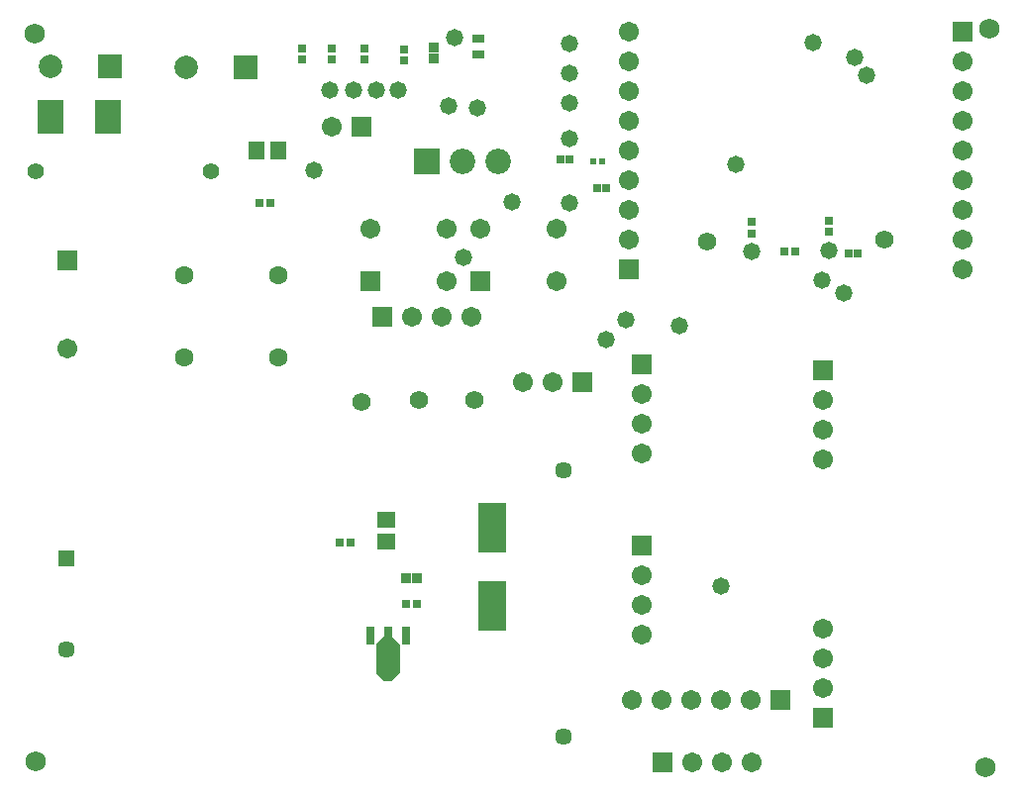
<source format=gbs>
G04*
G04 #@! TF.GenerationSoftware,Altium Limited,Altium Designer,20.0.2 (26)*
G04*
G04 Layer_Color=16711935*
%FSLAX25Y25*%
%MOIN*%
G70*
G01*
G75*
%ADD39R,0.03517X0.03635*%
%ADD42R,0.06706X0.06706*%
%ADD43C,0.06706*%
%ADD44C,0.06800*%
%ADD45C,0.06181*%
%ADD46R,0.08536X0.08536*%
%ADD47C,0.08536*%
%ADD48R,0.06706X0.06706*%
%ADD49C,0.05796*%
%ADD50C,0.06737*%
%ADD51R,0.06737X0.06737*%
%ADD52C,0.05709*%
%ADD53R,0.05709X0.05709*%
%ADD54C,0.06312*%
%ADD55C,0.05524*%
%ADD56C,0.07887*%
%ADD57R,0.07887X0.07887*%
%ADD58C,0.05800*%
%ADD75R,0.02648X0.02816*%
%ADD76R,0.05727X0.06127*%
%ADD77R,0.02816X0.02648*%
%ADD79R,0.02029X0.01860*%
%ADD82R,0.06127X0.05727*%
%ADD86R,0.02769X0.02572*%
%ADD87R,0.03950X0.03162*%
%ADD88R,0.03635X0.03517*%
%ADD89R,0.08871X0.11233*%
%ADD90R,0.03162X0.05918*%
%ADD91R,0.03162X0.03950*%
%ADD92R,0.09265X0.16548*%
G36*
X226733Y290409D02*
X226785Y290399D01*
X226835Y290382D01*
X226882Y290359D01*
X226925Y290330D01*
X226965Y290295D01*
X229327Y287933D01*
X229361Y287894D01*
X229391Y287850D01*
X229414Y287803D01*
X229431Y287753D01*
X229441Y287702D01*
X229444Y287650D01*
Y278201D01*
X229441Y278149D01*
X229431Y278097D01*
X229414Y278047D01*
X229391Y278000D01*
X229361Y277957D01*
X229327Y277917D01*
X226965Y275555D01*
X226925Y275521D01*
X226882Y275491D01*
X226835Y275468D01*
X226785Y275451D01*
X226733Y275441D01*
X226681Y275438D01*
X224319D01*
X224267Y275441D01*
X224215Y275451D01*
X224166Y275468D01*
X224118Y275491D01*
X224075Y275521D01*
X224035Y275555D01*
X221673Y277917D01*
X221639Y277957D01*
X221609Y278000D01*
X221586Y278047D01*
X221569Y278097D01*
X221559Y278149D01*
X221556Y278201D01*
Y287650D01*
X221559Y287702D01*
X221569Y287753D01*
X221586Y287803D01*
X221609Y287850D01*
X221639Y287894D01*
X221673Y287933D01*
X224035Y290295D01*
X224075Y290330D01*
X224118Y290359D01*
X224166Y290382D01*
X224215Y290399D01*
X224267Y290409D01*
X224319Y290413D01*
X226681D01*
X226733Y290409D01*
D02*
G37*
D39*
X235311Y310000D02*
D03*
X231689D02*
D03*
D42*
X306500Y414000D02*
D03*
X311000Y321000D02*
D03*
X419000Y494000D02*
D03*
X311000Y382000D02*
D03*
X117500Y417000D02*
D03*
X372000Y380000D02*
D03*
Y263000D02*
D03*
D43*
X306500Y434000D02*
D03*
Y444000D02*
D03*
Y454000D02*
D03*
Y464000D02*
D03*
Y474000D02*
D03*
Y484000D02*
D03*
Y494000D02*
D03*
Y424000D02*
D03*
X311000Y311000D02*
D03*
Y301000D02*
D03*
Y291000D02*
D03*
X419000Y474000D02*
D03*
Y464000D02*
D03*
Y454000D02*
D03*
Y444000D02*
D03*
Y434000D02*
D03*
Y424000D02*
D03*
Y414000D02*
D03*
Y484000D02*
D03*
X311000Y352000D02*
D03*
Y362000D02*
D03*
Y372000D02*
D03*
X206500Y462000D02*
D03*
X253500Y398000D02*
D03*
X243500D02*
D03*
X233500D02*
D03*
X347500Y269000D02*
D03*
X337500D02*
D03*
X327500D02*
D03*
X317500D02*
D03*
X307500D02*
D03*
X348000Y248000D02*
D03*
X338000D02*
D03*
X328000D02*
D03*
X281000Y376000D02*
D03*
X271000D02*
D03*
X117500Y387472D02*
D03*
X372000Y350000D02*
D03*
Y360000D02*
D03*
Y370000D02*
D03*
Y293000D02*
D03*
Y283000D02*
D03*
Y273000D02*
D03*
D44*
X107000Y248500D02*
D03*
X426500Y246500D02*
D03*
X428000Y495000D02*
D03*
X106500Y493500D02*
D03*
D45*
X333000Y423500D02*
D03*
X392500Y424000D02*
D03*
X254500Y370000D02*
D03*
X236000D02*
D03*
X216500Y369500D02*
D03*
D46*
X238531Y450500D02*
D03*
D47*
X250500D02*
D03*
X262469D02*
D03*
D48*
X216500Y462000D02*
D03*
X223500Y398000D02*
D03*
X357500Y269000D02*
D03*
X318000Y248000D02*
D03*
X291000Y376000D02*
D03*
D49*
X286500Y470000D02*
D03*
Y480000D02*
D03*
Y490000D02*
D03*
D50*
X245295Y427858D02*
D03*
X219705D02*
D03*
X245295Y410142D02*
D03*
X282295Y427858D02*
D03*
X256705D02*
D03*
X282295Y410142D02*
D03*
D51*
X219705D02*
D03*
X256705D02*
D03*
D52*
X284661Y256618D02*
D03*
Y346382D02*
D03*
X117339Y286146D02*
D03*
D53*
Y316854D02*
D03*
D54*
X188496Y412059D02*
D03*
Y384500D02*
D03*
X157000D02*
D03*
Y412059D02*
D03*
D55*
X166055Y447000D02*
D03*
X107000D02*
D03*
D56*
X112000Y482500D02*
D03*
X157500Y482000D02*
D03*
D57*
X132000Y482500D02*
D03*
X177500Y482000D02*
D03*
D58*
X386500Y479500D02*
D03*
X382500Y485500D02*
D03*
X368500Y490500D02*
D03*
X305500Y397000D02*
D03*
X337500Y307500D02*
D03*
X371500Y410420D02*
D03*
X379000Y406000D02*
D03*
X373750Y420250D02*
D03*
X348000Y420000D02*
D03*
X299000Y390500D02*
D03*
X286500Y458000D02*
D03*
X267250Y436750D02*
D03*
X286500Y436500D02*
D03*
X246000Y469000D02*
D03*
X251000Y418000D02*
D03*
X342500Y449500D02*
D03*
X323449Y394949D02*
D03*
X248000Y492000D02*
D03*
X255500Y468500D02*
D03*
X200500Y447500D02*
D03*
X229000Y474500D02*
D03*
X221500D02*
D03*
X214000D02*
D03*
X206000D02*
D03*
D75*
X231000Y484232D02*
D03*
Y488000D02*
D03*
X217500Y488384D02*
D03*
Y484616D02*
D03*
X206500Y488384D02*
D03*
Y484616D02*
D03*
X196500Y488384D02*
D03*
Y484616D02*
D03*
X348000Y426116D02*
D03*
Y429884D02*
D03*
X374000Y426616D02*
D03*
Y430384D02*
D03*
D76*
X181355Y454000D02*
D03*
X188645D02*
D03*
D77*
X182116Y436500D02*
D03*
X185884D02*
D03*
X362500Y420000D02*
D03*
X358732D02*
D03*
X213000Y322000D02*
D03*
X209232D02*
D03*
X235268Y301500D02*
D03*
X231500D02*
D03*
D79*
X294519Y450500D02*
D03*
X297500D02*
D03*
D82*
X225000Y329645D02*
D03*
Y322355D02*
D03*
D86*
X383500Y419500D02*
D03*
X380547D02*
D03*
X299000Y441500D02*
D03*
X296047D02*
D03*
X286476Y451000D02*
D03*
X283524D02*
D03*
D87*
X256000Y486441D02*
D03*
Y491559D02*
D03*
D88*
X241000Y488811D02*
D03*
Y485189D02*
D03*
D89*
X111756Y465500D02*
D03*
X131244D02*
D03*
D90*
X219595Y290602D02*
D03*
X231405D02*
D03*
D91*
X225500Y291587D02*
D03*
D92*
X260500Y327189D02*
D03*
Y300811D02*
D03*
M02*

</source>
